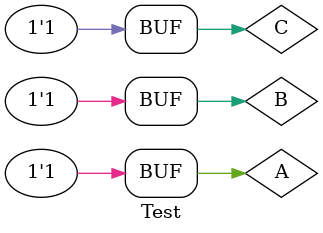
<source format=sv>
`include "design.sv"
`timescale 1ns/1ns
module Test();

    reg A,B,C;
    wire F;


    Ex uut(
        .A(A),
        .B(B),
        .C(C),
        .F(F)
    );

    initial begin
        A = 0;
        B = 0;
        C = 0;
        #100;
        A = 0;
        B = 0;
        C = 1;
        #100;
        A = 0;
        B = 1;
        C = 0;
        #100;
        A = 0;
        B = 1;
        C = 1;
        #100;
        A = 1;
        B = 0;
        C = 0;
        #100;
        A = 1;
        B = 0;
        C = 1;
        #100;
        A = 1;
        B = 1;
        C = 0;
        #100;
        A = 1;
        B = 1;
        C = 1;
        #100;
    end

    initial begin
        $dumpfile("dump.vcd");
        $dumpvars(0);
    end
endmodule
</source>
